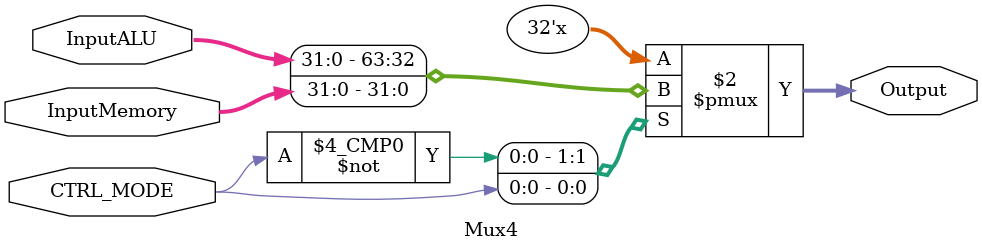
<source format=v>
module Mux4(InputALU, InputMemory, CTRL_MODE, Output);
    input [31:0] InputALU, InputMemory;
    input CTRL_MODE;
    output reg [31:0] Output;

    always @(*) begin
        case(CTRL_MODE)
            0: Output = InputALU;
            1: Output = InputMemory;
        endcase
    end
endmodule
</source>
